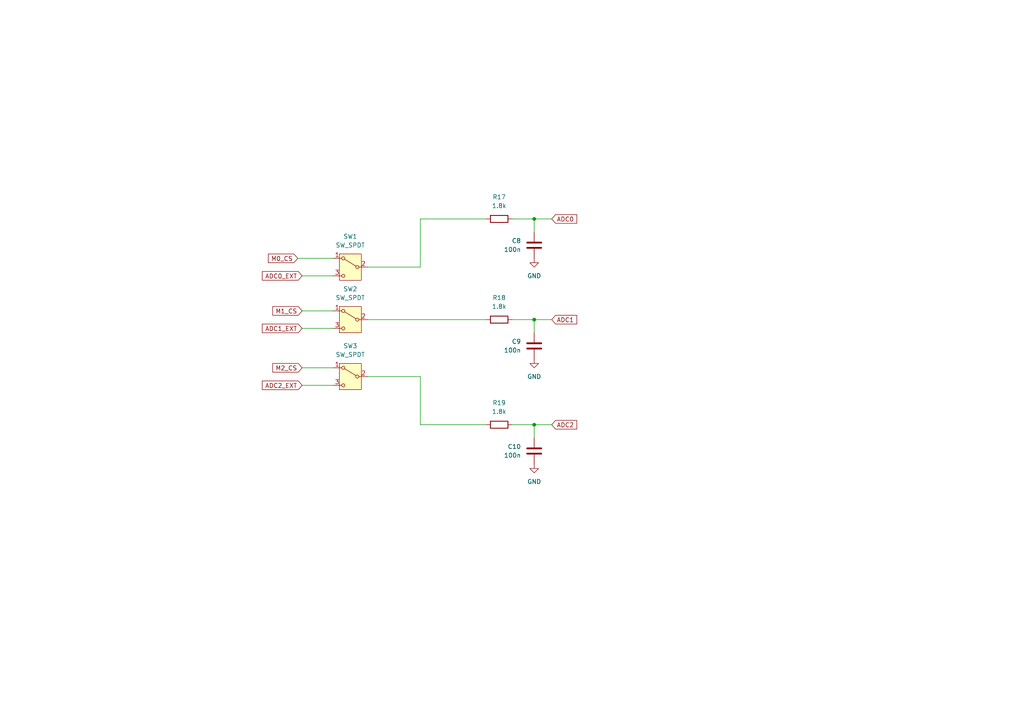
<source format=kicad_sch>
(kicad_sch
	(version 20250114)
	(generator "eeschema")
	(generator_version "9.0")
	(uuid "b751402c-f9b3-4ed2-b146-fece62033ab6")
	(paper "A4")
	(title_block
		(title "Current Sense Filter ")
		(company "Astra Robotics")
	)
	(lib_symbols
		(symbol "Device:C"
			(pin_numbers
				(hide yes)
			)
			(pin_names
				(offset 0.254)
			)
			(exclude_from_sim no)
			(in_bom yes)
			(on_board yes)
			(property "Reference" "C"
				(at 0.635 2.54 0)
				(effects
					(font
						(size 1.27 1.27)
					)
					(justify left)
				)
			)
			(property "Value" "C"
				(at 0.635 -2.54 0)
				(effects
					(font
						(size 1.27 1.27)
					)
					(justify left)
				)
			)
			(property "Footprint" ""
				(at 0.9652 -3.81 0)
				(effects
					(font
						(size 1.27 1.27)
					)
					(hide yes)
				)
			)
			(property "Datasheet" "~"
				(at 0 0 0)
				(effects
					(font
						(size 1.27 1.27)
					)
					(hide yes)
				)
			)
			(property "Description" "Unpolarized capacitor"
				(at 0 0 0)
				(effects
					(font
						(size 1.27 1.27)
					)
					(hide yes)
				)
			)
			(property "ki_keywords" "cap capacitor"
				(at 0 0 0)
				(effects
					(font
						(size 1.27 1.27)
					)
					(hide yes)
				)
			)
			(property "ki_fp_filters" "C_*"
				(at 0 0 0)
				(effects
					(font
						(size 1.27 1.27)
					)
					(hide yes)
				)
			)
			(symbol "C_0_1"
				(polyline
					(pts
						(xy -2.032 0.762) (xy 2.032 0.762)
					)
					(stroke
						(width 0.508)
						(type default)
					)
					(fill
						(type none)
					)
				)
				(polyline
					(pts
						(xy -2.032 -0.762) (xy 2.032 -0.762)
					)
					(stroke
						(width 0.508)
						(type default)
					)
					(fill
						(type none)
					)
				)
			)
			(symbol "C_1_1"
				(pin passive line
					(at 0 3.81 270)
					(length 2.794)
					(name "~"
						(effects
							(font
								(size 1.27 1.27)
							)
						)
					)
					(number "1"
						(effects
							(font
								(size 1.27 1.27)
							)
						)
					)
				)
				(pin passive line
					(at 0 -3.81 90)
					(length 2.794)
					(name "~"
						(effects
							(font
								(size 1.27 1.27)
							)
						)
					)
					(number "2"
						(effects
							(font
								(size 1.27 1.27)
							)
						)
					)
				)
			)
			(embedded_fonts no)
		)
		(symbol "Device:R"
			(pin_numbers
				(hide yes)
			)
			(pin_names
				(offset 0)
			)
			(exclude_from_sim no)
			(in_bom yes)
			(on_board yes)
			(property "Reference" "R"
				(at 2.032 0 90)
				(effects
					(font
						(size 1.27 1.27)
					)
				)
			)
			(property "Value" "R"
				(at 0 0 90)
				(effects
					(font
						(size 1.27 1.27)
					)
				)
			)
			(property "Footprint" ""
				(at -1.778 0 90)
				(effects
					(font
						(size 1.27 1.27)
					)
					(hide yes)
				)
			)
			(property "Datasheet" "~"
				(at 0 0 0)
				(effects
					(font
						(size 1.27 1.27)
					)
					(hide yes)
				)
			)
			(property "Description" "Resistor"
				(at 0 0 0)
				(effects
					(font
						(size 1.27 1.27)
					)
					(hide yes)
				)
			)
			(property "ki_keywords" "R res resistor"
				(at 0 0 0)
				(effects
					(font
						(size 1.27 1.27)
					)
					(hide yes)
				)
			)
			(property "ki_fp_filters" "R_*"
				(at 0 0 0)
				(effects
					(font
						(size 1.27 1.27)
					)
					(hide yes)
				)
			)
			(symbol "R_0_1"
				(rectangle
					(start -1.016 -2.54)
					(end 1.016 2.54)
					(stroke
						(width 0.254)
						(type default)
					)
					(fill
						(type none)
					)
				)
			)
			(symbol "R_1_1"
				(pin passive line
					(at 0 3.81 270)
					(length 1.27)
					(name "~"
						(effects
							(font
								(size 1.27 1.27)
							)
						)
					)
					(number "1"
						(effects
							(font
								(size 1.27 1.27)
							)
						)
					)
				)
				(pin passive line
					(at 0 -3.81 90)
					(length 1.27)
					(name "~"
						(effects
							(font
								(size 1.27 1.27)
							)
						)
					)
					(number "2"
						(effects
							(font
								(size 1.27 1.27)
							)
						)
					)
				)
			)
			(embedded_fonts no)
		)
		(symbol "Switch:SW_SPDT"
			(pin_names
				(offset 0)
				(hide yes)
			)
			(exclude_from_sim no)
			(in_bom yes)
			(on_board yes)
			(property "Reference" "SW"
				(at 0 5.08 0)
				(effects
					(font
						(size 1.27 1.27)
					)
				)
			)
			(property "Value" "SW_SPDT"
				(at 0 -5.08 0)
				(effects
					(font
						(size 1.27 1.27)
					)
				)
			)
			(property "Footprint" ""
				(at 0 0 0)
				(effects
					(font
						(size 1.27 1.27)
					)
					(hide yes)
				)
			)
			(property "Datasheet" "~"
				(at 0 -7.62 0)
				(effects
					(font
						(size 1.27 1.27)
					)
					(hide yes)
				)
			)
			(property "Description" "Switch, single pole double throw"
				(at 0 0 0)
				(effects
					(font
						(size 1.27 1.27)
					)
					(hide yes)
				)
			)
			(property "ki_keywords" "switch single-pole double-throw spdt ON-ON"
				(at 0 0 0)
				(effects
					(font
						(size 1.27 1.27)
					)
					(hide yes)
				)
			)
			(symbol "SW_SPDT_0_1"
				(circle
					(center -2.032 0)
					(radius 0.4572)
					(stroke
						(width 0)
						(type default)
					)
					(fill
						(type none)
					)
				)
				(polyline
					(pts
						(xy -1.651 0.254) (xy 1.651 2.286)
					)
					(stroke
						(width 0)
						(type default)
					)
					(fill
						(type none)
					)
				)
				(circle
					(center 2.032 2.54)
					(radius 0.4572)
					(stroke
						(width 0)
						(type default)
					)
					(fill
						(type none)
					)
				)
				(circle
					(center 2.032 -2.54)
					(radius 0.4572)
					(stroke
						(width 0)
						(type default)
					)
					(fill
						(type none)
					)
				)
			)
			(symbol "SW_SPDT_1_1"
				(rectangle
					(start -3.175 3.81)
					(end 3.175 -3.81)
					(stroke
						(width 0)
						(type default)
					)
					(fill
						(type background)
					)
				)
				(pin passive line
					(at -5.08 0 0)
					(length 2.54)
					(name "B"
						(effects
							(font
								(size 1.27 1.27)
							)
						)
					)
					(number "2"
						(effects
							(font
								(size 1.27 1.27)
							)
						)
					)
				)
				(pin passive line
					(at 5.08 2.54 180)
					(length 2.54)
					(name "A"
						(effects
							(font
								(size 1.27 1.27)
							)
						)
					)
					(number "1"
						(effects
							(font
								(size 1.27 1.27)
							)
						)
					)
				)
				(pin passive line
					(at 5.08 -2.54 180)
					(length 2.54)
					(name "C"
						(effects
							(font
								(size 1.27 1.27)
							)
						)
					)
					(number "3"
						(effects
							(font
								(size 1.27 1.27)
							)
						)
					)
				)
			)
			(embedded_fonts no)
		)
		(symbol "power:GND"
			(power)
			(pin_numbers
				(hide yes)
			)
			(pin_names
				(offset 0)
				(hide yes)
			)
			(exclude_from_sim no)
			(in_bom yes)
			(on_board yes)
			(property "Reference" "#PWR"
				(at 0 -6.35 0)
				(effects
					(font
						(size 1.27 1.27)
					)
					(hide yes)
				)
			)
			(property "Value" "GND"
				(at 0 -3.81 0)
				(effects
					(font
						(size 1.27 1.27)
					)
				)
			)
			(property "Footprint" ""
				(at 0 0 0)
				(effects
					(font
						(size 1.27 1.27)
					)
					(hide yes)
				)
			)
			(property "Datasheet" ""
				(at 0 0 0)
				(effects
					(font
						(size 1.27 1.27)
					)
					(hide yes)
				)
			)
			(property "Description" "Power symbol creates a global label with name \"GND\" , ground"
				(at 0 0 0)
				(effects
					(font
						(size 1.27 1.27)
					)
					(hide yes)
				)
			)
			(property "ki_keywords" "global power"
				(at 0 0 0)
				(effects
					(font
						(size 1.27 1.27)
					)
					(hide yes)
				)
			)
			(symbol "GND_0_1"
				(polyline
					(pts
						(xy 0 0) (xy 0 -1.27) (xy 1.27 -1.27) (xy 0 -2.54) (xy -1.27 -1.27) (xy 0 -1.27)
					)
					(stroke
						(width 0)
						(type default)
					)
					(fill
						(type none)
					)
				)
			)
			(symbol "GND_1_1"
				(pin power_in line
					(at 0 0 270)
					(length 0)
					(name "~"
						(effects
							(font
								(size 1.27 1.27)
							)
						)
					)
					(number "1"
						(effects
							(font
								(size 1.27 1.27)
							)
						)
					)
				)
			)
			(embedded_fonts no)
		)
	)
	(junction
		(at 154.94 92.71)
		(diameter 0)
		(color 0 0 0 0)
		(uuid "39fb5c61-6d33-4c47-991f-24cf2c7624cc")
	)
	(junction
		(at 154.94 123.19)
		(diameter 0)
		(color 0 0 0 0)
		(uuid "74645751-a321-4e25-b847-6491c4a091e3")
	)
	(junction
		(at 154.94 63.5)
		(diameter 0)
		(color 0 0 0 0)
		(uuid "c123847f-329e-47c3-a8ac-4713cc36c103")
	)
	(wire
		(pts
			(xy 121.92 63.5) (xy 140.97 63.5)
		)
		(stroke
			(width 0)
			(type default)
		)
		(uuid "02bfb2e3-7b01-4a8a-bb17-a87652d337ff")
	)
	(wire
		(pts
			(xy 154.94 127) (xy 154.94 123.19)
		)
		(stroke
			(width 0)
			(type default)
		)
		(uuid "1932ad15-c151-4f1e-85ae-7c0ece7cf1f9")
	)
	(wire
		(pts
			(xy 154.94 63.5) (xy 148.59 63.5)
		)
		(stroke
			(width 0)
			(type default)
		)
		(uuid "2375bd44-0ffa-41dc-ab44-62f0c9a8d307")
	)
	(wire
		(pts
			(xy 87.63 106.68) (xy 96.52 106.68)
		)
		(stroke
			(width 0)
			(type default)
		)
		(uuid "24977780-026b-4681-9e96-4c712f40fd40")
	)
	(wire
		(pts
			(xy 106.68 77.47) (xy 121.92 77.47)
		)
		(stroke
			(width 0)
			(type default)
		)
		(uuid "28e0440b-3a02-47e9-b446-09d677e58be1")
	)
	(wire
		(pts
			(xy 106.68 109.22) (xy 121.92 109.22)
		)
		(stroke
			(width 0)
			(type default)
		)
		(uuid "31c600c1-1bbf-4ff8-b86a-b0c9135ad44d")
	)
	(wire
		(pts
			(xy 86.36 74.93) (xy 96.52 74.93)
		)
		(stroke
			(width 0)
			(type default)
		)
		(uuid "51bff34a-89d0-4faf-bbe9-1d3bf6eb8194")
	)
	(wire
		(pts
			(xy 87.63 90.17) (xy 96.52 90.17)
		)
		(stroke
			(width 0)
			(type default)
		)
		(uuid "565361ae-128b-4f02-9e5a-a08b7c472956")
	)
	(wire
		(pts
			(xy 87.63 111.76) (xy 96.52 111.76)
		)
		(stroke
			(width 0)
			(type default)
		)
		(uuid "5c4ab1ff-114d-4c60-83d3-3ae6e7d3bc8d")
	)
	(wire
		(pts
			(xy 154.94 67.31) (xy 154.94 63.5)
		)
		(stroke
			(width 0)
			(type default)
		)
		(uuid "652cf139-a929-4e29-a76c-7a7e92b47155")
	)
	(wire
		(pts
			(xy 160.02 123.19) (xy 154.94 123.19)
		)
		(stroke
			(width 0)
			(type default)
		)
		(uuid "81ef97d7-2481-408f-a17b-783064721561")
	)
	(wire
		(pts
			(xy 160.02 63.5) (xy 154.94 63.5)
		)
		(stroke
			(width 0)
			(type default)
		)
		(uuid "8de4338c-1c54-4b03-a9bf-e415de38c8ec")
	)
	(wire
		(pts
			(xy 106.68 92.71) (xy 140.97 92.71)
		)
		(stroke
			(width 0)
			(type default)
		)
		(uuid "911e68d9-a873-4e4e-ab1e-5eb7556993f4")
	)
	(wire
		(pts
			(xy 154.94 96.52) (xy 154.94 92.71)
		)
		(stroke
			(width 0)
			(type default)
		)
		(uuid "98489773-06a7-459a-8563-4b9c67c88599")
	)
	(wire
		(pts
			(xy 87.63 95.25) (xy 96.52 95.25)
		)
		(stroke
			(width 0)
			(type default)
		)
		(uuid "aef00a95-96ca-4bc1-9f0b-2e49575b3a87")
	)
	(wire
		(pts
			(xy 154.94 92.71) (xy 148.59 92.71)
		)
		(stroke
			(width 0)
			(type default)
		)
		(uuid "b6079d24-9884-4f54-a366-cca0093f38cd")
	)
	(wire
		(pts
			(xy 121.92 77.47) (xy 121.92 63.5)
		)
		(stroke
			(width 0)
			(type default)
		)
		(uuid "bb34217d-dc94-4d77-ab0d-c89037de6195")
	)
	(wire
		(pts
			(xy 87.63 80.01) (xy 96.52 80.01)
		)
		(stroke
			(width 0)
			(type default)
		)
		(uuid "c115d5ba-0709-4d5f-9e7a-ba351ceac090")
	)
	(wire
		(pts
			(xy 121.92 109.22) (xy 121.92 123.19)
		)
		(stroke
			(width 0)
			(type default)
		)
		(uuid "cd8ff9e3-6fec-4c3b-bbf0-2c13a6ad759d")
	)
	(wire
		(pts
			(xy 121.92 123.19) (xy 140.97 123.19)
		)
		(stroke
			(width 0)
			(type default)
		)
		(uuid "dbb4632e-5d87-408e-9927-68f5783e5684")
	)
	(wire
		(pts
			(xy 160.02 92.71) (xy 154.94 92.71)
		)
		(stroke
			(width 0)
			(type default)
		)
		(uuid "f3ed15f7-8263-44a6-ba52-910d50f4a27e")
	)
	(wire
		(pts
			(xy 154.94 123.19) (xy 148.59 123.19)
		)
		(stroke
			(width 0)
			(type default)
		)
		(uuid "f416af1b-1987-4fcd-9ad7-6acd6b02562c")
	)
	(global_label "ADC1_EXT"
		(shape input)
		(at 87.63 95.25 180)
		(fields_autoplaced yes)
		(effects
			(font
				(size 1.27 1.27)
			)
			(justify right)
		)
		(uuid "19335b99-5c8a-4689-a1f1-00a7fa75c6ff")
		(property "Intersheetrefs" "${INTERSHEET_REFS}"
			(at 75.513 95.25 0)
			(effects
				(font
					(size 1.27 1.27)
				)
				(justify right)
				(hide yes)
			)
		)
	)
	(global_label "M0_CS"
		(shape input)
		(at 86.36 74.93 180)
		(fields_autoplaced yes)
		(effects
			(font
				(size 1.27 1.27)
			)
			(justify right)
		)
		(uuid "279e0fbe-c1d9-4736-b432-d8a35c775a8f")
		(property "Intersheetrefs" "${INTERSHEET_REFS}"
			(at 77.2668 74.93 0)
			(effects
				(font
					(size 1.27 1.27)
				)
				(justify right)
				(hide yes)
			)
		)
	)
	(global_label "ADC1"
		(shape input)
		(at 160.02 92.71 0)
		(fields_autoplaced yes)
		(effects
			(font
				(size 1.27 1.27)
			)
			(justify left)
		)
		(uuid "601cb697-3a8e-4cfc-a46a-c74f2cbe595f")
		(property "Intersheetrefs" "${INTERSHEET_REFS}"
			(at 167.8433 92.71 0)
			(effects
				(font
					(size 1.27 1.27)
				)
				(justify left)
				(hide yes)
			)
		)
	)
	(global_label "ADC2_EXT"
		(shape input)
		(at 87.63 111.76 180)
		(fields_autoplaced yes)
		(effects
			(font
				(size 1.27 1.27)
			)
			(justify right)
		)
		(uuid "7db48eed-b1a0-4547-860e-4b7d2204ba49")
		(property "Intersheetrefs" "${INTERSHEET_REFS}"
			(at 75.513 111.76 0)
			(effects
				(font
					(size 1.27 1.27)
				)
				(justify right)
				(hide yes)
			)
		)
	)
	(global_label "M1_CS"
		(shape input)
		(at 87.63 90.17 180)
		(fields_autoplaced yes)
		(effects
			(font
				(size 1.27 1.27)
			)
			(justify right)
		)
		(uuid "7fc5017d-abb8-4515-bcf2-3ea9a29604d0")
		(property "Intersheetrefs" "${INTERSHEET_REFS}"
			(at 78.5368 90.17 0)
			(effects
				(font
					(size 1.27 1.27)
				)
				(justify right)
				(hide yes)
			)
		)
	)
	(global_label "M2_CS"
		(shape input)
		(at 87.63 106.68 180)
		(fields_autoplaced yes)
		(effects
			(font
				(size 1.27 1.27)
			)
			(justify right)
		)
		(uuid "978418e6-7f76-4690-afec-3de2cc0b3f74")
		(property "Intersheetrefs" "${INTERSHEET_REFS}"
			(at 78.5368 106.68 0)
			(effects
				(font
					(size 1.27 1.27)
				)
				(justify right)
				(hide yes)
			)
		)
	)
	(global_label "ADC2"
		(shape input)
		(at 160.02 123.19 0)
		(fields_autoplaced yes)
		(effects
			(font
				(size 1.27 1.27)
			)
			(justify left)
		)
		(uuid "c3020a18-9023-43c1-9793-215f6518ed21")
		(property "Intersheetrefs" "${INTERSHEET_REFS}"
			(at 167.8433 123.19 0)
			(effects
				(font
					(size 1.27 1.27)
				)
				(justify left)
				(hide yes)
			)
		)
	)
	(global_label "ADC0"
		(shape input)
		(at 160.02 63.5 0)
		(fields_autoplaced yes)
		(effects
			(font
				(size 1.27 1.27)
			)
			(justify left)
		)
		(uuid "cf717379-b017-4f4c-a5d0-7f5867f164ef")
		(property "Intersheetrefs" "${INTERSHEET_REFS}"
			(at 167.8433 63.5 0)
			(effects
				(font
					(size 1.27 1.27)
				)
				(justify left)
				(hide yes)
			)
		)
	)
	(global_label "ADC0_EXT"
		(shape input)
		(at 87.63 80.01 180)
		(fields_autoplaced yes)
		(effects
			(font
				(size 1.27 1.27)
			)
			(justify right)
		)
		(uuid "f8ecb07c-b4aa-4a66-bd23-6e30f27ffa3e")
		(property "Intersheetrefs" "${INTERSHEET_REFS}"
			(at 75.513 80.01 0)
			(effects
				(font
					(size 1.27 1.27)
				)
				(justify right)
				(hide yes)
			)
		)
	)
	(symbol
		(lib_id "Device:C")
		(at 154.94 100.33 0)
		(mirror y)
		(unit 1)
		(exclude_from_sim no)
		(in_bom yes)
		(on_board yes)
		(dnp no)
		(fields_autoplaced yes)
		(uuid "11722600-b769-4089-bb2e-44dc80c8113d")
		(property "Reference" "C9"
			(at 151.13 99.0599 0)
			(effects
				(font
					(size 1.27 1.27)
				)
				(justify left)
			)
		)
		(property "Value" "100n"
			(at 151.13 101.5999 0)
			(effects
				(font
					(size 1.27 1.27)
				)
				(justify left)
			)
		)
		(property "Footprint" "Capacitor_SMD:C_2220_5750Metric_Pad1.97x5.40mm_HandSolder"
			(at 153.9748 104.14 0)
			(effects
				(font
					(size 1.27 1.27)
				)
				(hide yes)
			)
		)
		(property "Datasheet" "~"
			(at 154.94 100.33 0)
			(effects
				(font
					(size 1.27 1.27)
				)
				(hide yes)
			)
		)
		(property "Description" "Unpolarized capacitor"
			(at 154.94 100.33 0)
			(effects
				(font
					(size 1.27 1.27)
				)
				(hide yes)
			)
		)
		(pin "2"
			(uuid "4ac0a0e5-bad8-405b-9706-6c4a9de70b3f")
		)
		(pin "1"
			(uuid "60790d06-369b-4dbd-af16-71dead0f06dc")
		)
		(instances
			(project "MBot"
				(path "/6379cb09-8427-484b-8caa-23471c63c9c8/059681be-d3b0-48ae-add7-454a2ac10bec"
					(reference "C9")
					(unit 1)
				)
			)
		)
	)
	(symbol
		(lib_id "Switch:SW_SPDT")
		(at 101.6 92.71 0)
		(mirror y)
		(unit 1)
		(exclude_from_sim no)
		(in_bom yes)
		(on_board yes)
		(dnp no)
		(fields_autoplaced yes)
		(uuid "1ee2ebcd-d3cb-420a-88aa-b525c612e0d1")
		(property "Reference" "SW2"
			(at 101.6 83.82 0)
			(effects
				(font
					(size 1.27 1.27)
				)
			)
		)
		(property "Value" "SW_SPDT"
			(at 101.6 86.36 0)
			(effects
				(font
					(size 1.27 1.27)
				)
			)
		)
		(property "Footprint" "Button_Switch_SMD:SW_Push_1P1T-SH_NO_CK_KMR2xxG"
			(at 101.6 92.71 0)
			(effects
				(font
					(size 1.27 1.27)
				)
				(hide yes)
			)
		)
		(property "Datasheet" "~"
			(at 101.6 100.33 0)
			(effects
				(font
					(size 1.27 1.27)
				)
				(hide yes)
			)
		)
		(property "Description" "Switch, single pole double throw"
			(at 101.6 92.71 0)
			(effects
				(font
					(size 1.27 1.27)
				)
				(hide yes)
			)
		)
		(pin "3"
			(uuid "128e15ae-89ae-404d-bac8-f4576e704492")
		)
		(pin "1"
			(uuid "09f2129c-aada-4849-8190-53febe0d4df5")
		)
		(pin "2"
			(uuid "89052522-3acf-422b-9f5e-8c7d3d1ceee3")
		)
		(instances
			(project ""
				(path "/6379cb09-8427-484b-8caa-23471c63c9c8/059681be-d3b0-48ae-add7-454a2ac10bec"
					(reference "SW2")
					(unit 1)
				)
			)
		)
	)
	(symbol
		(lib_id "Device:R")
		(at 144.78 92.71 270)
		(mirror x)
		(unit 1)
		(exclude_from_sim no)
		(in_bom yes)
		(on_board yes)
		(dnp no)
		(fields_autoplaced yes)
		(uuid "5c2d2ae4-2f82-4a27-86ad-4c63dba97b7e")
		(property "Reference" "R18"
			(at 144.78 86.36 90)
			(effects
				(font
					(size 1.27 1.27)
				)
			)
		)
		(property "Value" "1.8k"
			(at 144.78 88.9 90)
			(effects
				(font
					(size 1.27 1.27)
				)
			)
		)
		(property "Footprint" "Resistor_SMD:R_2010_5025Metric_Pad1.40x2.65mm_HandSolder"
			(at 144.78 94.488 90)
			(effects
				(font
					(size 1.27 1.27)
				)
				(hide yes)
			)
		)
		(property "Datasheet" "~"
			(at 144.78 92.71 0)
			(effects
				(font
					(size 1.27 1.27)
				)
				(hide yes)
			)
		)
		(property "Description" "Resistor"
			(at 144.78 92.71 0)
			(effects
				(font
					(size 1.27 1.27)
				)
				(hide yes)
			)
		)
		(pin "1"
			(uuid "a2fa383e-6c3d-48d7-b8e2-8632fde5cde5")
		)
		(pin "2"
			(uuid "ca9ce160-4944-4d37-8160-9a06e82000ce")
		)
		(instances
			(project "MBot"
				(path "/6379cb09-8427-484b-8caa-23471c63c9c8/059681be-d3b0-48ae-add7-454a2ac10bec"
					(reference "R18")
					(unit 1)
				)
			)
		)
	)
	(symbol
		(lib_id "Device:C")
		(at 154.94 130.81 0)
		(mirror y)
		(unit 1)
		(exclude_from_sim no)
		(in_bom yes)
		(on_board yes)
		(dnp no)
		(fields_autoplaced yes)
		(uuid "62658974-52c8-472c-80e6-85e55e1bff3e")
		(property "Reference" "C10"
			(at 151.13 129.5399 0)
			(effects
				(font
					(size 1.27 1.27)
				)
				(justify left)
			)
		)
		(property "Value" "100n"
			(at 151.13 132.0799 0)
			(effects
				(font
					(size 1.27 1.27)
				)
				(justify left)
			)
		)
		(property "Footprint" "Capacitor_SMD:C_2220_5750Metric_Pad1.97x5.40mm_HandSolder"
			(at 153.9748 134.62 0)
			(effects
				(font
					(size 1.27 1.27)
				)
				(hide yes)
			)
		)
		(property "Datasheet" "~"
			(at 154.94 130.81 0)
			(effects
				(font
					(size 1.27 1.27)
				)
				(hide yes)
			)
		)
		(property "Description" "Unpolarized capacitor"
			(at 154.94 130.81 0)
			(effects
				(font
					(size 1.27 1.27)
				)
				(hide yes)
			)
		)
		(pin "2"
			(uuid "03faec18-9a4d-4859-a923-64ac30f89139")
		)
		(pin "1"
			(uuid "95cabccf-25e9-47f5-a677-72e6f2e4e6fc")
		)
		(instances
			(project "MBot"
				(path "/6379cb09-8427-484b-8caa-23471c63c9c8/059681be-d3b0-48ae-add7-454a2ac10bec"
					(reference "C10")
					(unit 1)
				)
			)
		)
	)
	(symbol
		(lib_id "power:GND")
		(at 154.94 134.62 0)
		(mirror y)
		(unit 1)
		(exclude_from_sim no)
		(in_bom yes)
		(on_board yes)
		(dnp no)
		(fields_autoplaced yes)
		(uuid "691a3d8b-daf1-46dd-8d32-ede7d0087edd")
		(property "Reference" "#PWR033"
			(at 154.94 140.97 0)
			(effects
				(font
					(size 1.27 1.27)
				)
				(hide yes)
			)
		)
		(property "Value" "GND"
			(at 154.94 139.7 0)
			(effects
				(font
					(size 1.27 1.27)
				)
			)
		)
		(property "Footprint" ""
			(at 154.94 134.62 0)
			(effects
				(font
					(size 1.27 1.27)
				)
				(hide yes)
			)
		)
		(property "Datasheet" ""
			(at 154.94 134.62 0)
			(effects
				(font
					(size 1.27 1.27)
				)
				(hide yes)
			)
		)
		(property "Description" "Power symbol creates a global label with name \"GND\" , ground"
			(at 154.94 134.62 0)
			(effects
				(font
					(size 1.27 1.27)
				)
				(hide yes)
			)
		)
		(pin "1"
			(uuid "69bae021-3b58-4d25-af2d-2577be88cedc")
		)
		(instances
			(project "MBot"
				(path "/6379cb09-8427-484b-8caa-23471c63c9c8/059681be-d3b0-48ae-add7-454a2ac10bec"
					(reference "#PWR033")
					(unit 1)
				)
			)
		)
	)
	(symbol
		(lib_id "Device:R")
		(at 144.78 123.19 270)
		(mirror x)
		(unit 1)
		(exclude_from_sim no)
		(in_bom yes)
		(on_board yes)
		(dnp no)
		(fields_autoplaced yes)
		(uuid "87ea3111-3469-436c-8864-99688ff1d336")
		(property "Reference" "R19"
			(at 144.78 116.84 90)
			(effects
				(font
					(size 1.27 1.27)
				)
			)
		)
		(property "Value" "1.8k"
			(at 144.78 119.38 90)
			(effects
				(font
					(size 1.27 1.27)
				)
			)
		)
		(property "Footprint" "Resistor_SMD:R_2010_5025Metric_Pad1.40x2.65mm_HandSolder"
			(at 144.78 124.968 90)
			(effects
				(font
					(size 1.27 1.27)
				)
				(hide yes)
			)
		)
		(property "Datasheet" "~"
			(at 144.78 123.19 0)
			(effects
				(font
					(size 1.27 1.27)
				)
				(hide yes)
			)
		)
		(property "Description" "Resistor"
			(at 144.78 123.19 0)
			(effects
				(font
					(size 1.27 1.27)
				)
				(hide yes)
			)
		)
		(pin "1"
			(uuid "3375cf46-55a6-4fe4-9be6-562dff831779")
		)
		(pin "2"
			(uuid "ada91b5c-89dc-44cb-8bfd-d69d17fbc5f1")
		)
		(instances
			(project "MBot"
				(path "/6379cb09-8427-484b-8caa-23471c63c9c8/059681be-d3b0-48ae-add7-454a2ac10bec"
					(reference "R19")
					(unit 1)
				)
			)
		)
	)
	(symbol
		(lib_id "Device:C")
		(at 154.94 71.12 0)
		(mirror y)
		(unit 1)
		(exclude_from_sim no)
		(in_bom yes)
		(on_board yes)
		(dnp no)
		(fields_autoplaced yes)
		(uuid "8d8d0cca-adfe-439d-be09-35bc5d1d5295")
		(property "Reference" "C8"
			(at 151.13 69.8499 0)
			(effects
				(font
					(size 1.27 1.27)
				)
				(justify left)
			)
		)
		(property "Value" "100n"
			(at 151.13 72.3899 0)
			(effects
				(font
					(size 1.27 1.27)
				)
				(justify left)
			)
		)
		(property "Footprint" "Capacitor_SMD:C_2220_5750Metric_Pad1.97x5.40mm_HandSolder"
			(at 153.9748 74.93 0)
			(effects
				(font
					(size 1.27 1.27)
				)
				(hide yes)
			)
		)
		(property "Datasheet" "~"
			(at 154.94 71.12 0)
			(effects
				(font
					(size 1.27 1.27)
				)
				(hide yes)
			)
		)
		(property "Description" "Unpolarized capacitor"
			(at 154.94 71.12 0)
			(effects
				(font
					(size 1.27 1.27)
				)
				(hide yes)
			)
		)
		(pin "2"
			(uuid "5387a878-bcfd-4fc8-a10c-acb9fd659481")
		)
		(pin "1"
			(uuid "1727b646-d8ac-49c8-9be9-6c96d08f7d65")
		)
		(instances
			(project ""
				(path "/6379cb09-8427-484b-8caa-23471c63c9c8/059681be-d3b0-48ae-add7-454a2ac10bec"
					(reference "C8")
					(unit 1)
				)
			)
		)
	)
	(symbol
		(lib_id "power:GND")
		(at 154.94 74.93 0)
		(mirror y)
		(unit 1)
		(exclude_from_sim no)
		(in_bom yes)
		(on_board yes)
		(dnp no)
		(fields_autoplaced yes)
		(uuid "959558e5-9900-4d02-9fac-5141d1427dcd")
		(property "Reference" "#PWR031"
			(at 154.94 81.28 0)
			(effects
				(font
					(size 1.27 1.27)
				)
				(hide yes)
			)
		)
		(property "Value" "GND"
			(at 154.94 80.01 0)
			(effects
				(font
					(size 1.27 1.27)
				)
			)
		)
		(property "Footprint" ""
			(at 154.94 74.93 0)
			(effects
				(font
					(size 1.27 1.27)
				)
				(hide yes)
			)
		)
		(property "Datasheet" ""
			(at 154.94 74.93 0)
			(effects
				(font
					(size 1.27 1.27)
				)
				(hide yes)
			)
		)
		(property "Description" "Power symbol creates a global label with name \"GND\" , ground"
			(at 154.94 74.93 0)
			(effects
				(font
					(size 1.27 1.27)
				)
				(hide yes)
			)
		)
		(pin "1"
			(uuid "74f0b39f-dd3b-45f3-9ba1-8548430eb847")
		)
		(instances
			(project ""
				(path "/6379cb09-8427-484b-8caa-23471c63c9c8/059681be-d3b0-48ae-add7-454a2ac10bec"
					(reference "#PWR031")
					(unit 1)
				)
			)
		)
	)
	(symbol
		(lib_id "Switch:SW_SPDT")
		(at 101.6 77.47 0)
		(mirror y)
		(unit 1)
		(exclude_from_sim no)
		(in_bom yes)
		(on_board yes)
		(dnp no)
		(fields_autoplaced yes)
		(uuid "b0732062-0ffd-4daf-8f3a-bd7b2654d2f6")
		(property "Reference" "SW1"
			(at 101.6 68.58 0)
			(effects
				(font
					(size 1.27 1.27)
				)
			)
		)
		(property "Value" "SW_SPDT"
			(at 101.6 71.12 0)
			(effects
				(font
					(size 1.27 1.27)
				)
			)
		)
		(property "Footprint" "Button_Switch_SMD:SW_Push_1P1T-SH_NO_CK_KMR2xxG"
			(at 101.6 77.47 0)
			(effects
				(font
					(size 1.27 1.27)
				)
				(hide yes)
			)
		)
		(property "Datasheet" "~"
			(at 101.6 85.09 0)
			(effects
				(font
					(size 1.27 1.27)
				)
				(hide yes)
			)
		)
		(property "Description" "Switch, single pole double throw"
			(at 101.6 77.47 0)
			(effects
				(font
					(size 1.27 1.27)
				)
				(hide yes)
			)
		)
		(pin "3"
			(uuid "128e15ae-89ae-404d-bac8-f4576e704493")
		)
		(pin "1"
			(uuid "09f2129c-aada-4849-8190-53febe0d4df6")
		)
		(pin "2"
			(uuid "89052522-3acf-422b-9f5e-8c7d3d1ceee4")
		)
		(instances
			(project ""
				(path "/6379cb09-8427-484b-8caa-23471c63c9c8/059681be-d3b0-48ae-add7-454a2ac10bec"
					(reference "SW1")
					(unit 1)
				)
			)
		)
	)
	(symbol
		(lib_id "Switch:SW_SPDT")
		(at 101.6 109.22 0)
		(mirror y)
		(unit 1)
		(exclude_from_sim no)
		(in_bom yes)
		(on_board yes)
		(dnp no)
		(fields_autoplaced yes)
		(uuid "c1ed9240-f682-4b2d-b0f5-c72575febd26")
		(property "Reference" "SW3"
			(at 101.6 100.33 0)
			(effects
				(font
					(size 1.27 1.27)
				)
			)
		)
		(property "Value" "SW_SPDT"
			(at 101.6 102.87 0)
			(effects
				(font
					(size 1.27 1.27)
				)
			)
		)
		(property "Footprint" "Button_Switch_SMD:SW_Push_1P1T-SH_NO_CK_KMR2xxG"
			(at 101.6 109.22 0)
			(effects
				(font
					(size 1.27 1.27)
				)
				(hide yes)
			)
		)
		(property "Datasheet" "~"
			(at 101.6 116.84 0)
			(effects
				(font
					(size 1.27 1.27)
				)
				(hide yes)
			)
		)
		(property "Description" "Switch, single pole double throw"
			(at 101.6 109.22 0)
			(effects
				(font
					(size 1.27 1.27)
				)
				(hide yes)
			)
		)
		(pin "3"
			(uuid "128e15ae-89ae-404d-bac8-f4576e704494")
		)
		(pin "1"
			(uuid "09f2129c-aada-4849-8190-53febe0d4df7")
		)
		(pin "2"
			(uuid "89052522-3acf-422b-9f5e-8c7d3d1ceee5")
		)
		(instances
			(project ""
				(path "/6379cb09-8427-484b-8caa-23471c63c9c8/059681be-d3b0-48ae-add7-454a2ac10bec"
					(reference "SW3")
					(unit 1)
				)
			)
		)
	)
	(symbol
		(lib_id "Device:R")
		(at 144.78 63.5 270)
		(mirror x)
		(unit 1)
		(exclude_from_sim no)
		(in_bom yes)
		(on_board yes)
		(dnp no)
		(fields_autoplaced yes)
		(uuid "c4064bd5-9b5f-42ed-89f3-f47fa91699fa")
		(property "Reference" "R17"
			(at 144.78 57.15 90)
			(effects
				(font
					(size 1.27 1.27)
				)
			)
		)
		(property "Value" "1.8k"
			(at 144.78 59.69 90)
			(effects
				(font
					(size 1.27 1.27)
				)
			)
		)
		(property "Footprint" "Resistor_SMD:R_2010_5025Metric_Pad1.40x2.65mm_HandSolder"
			(at 144.78 65.278 90)
			(effects
				(font
					(size 1.27 1.27)
				)
				(hide yes)
			)
		)
		(property "Datasheet" "~"
			(at 144.78 63.5 0)
			(effects
				(font
					(size 1.27 1.27)
				)
				(hide yes)
			)
		)
		(property "Description" "Resistor"
			(at 144.78 63.5 0)
			(effects
				(font
					(size 1.27 1.27)
				)
				(hide yes)
			)
		)
		(pin "1"
			(uuid "80a5ecf7-da0c-4fc6-82f3-1ada206e6976")
		)
		(pin "2"
			(uuid "8a6b4cae-2fc8-497c-a42c-4d2f3bcafc36")
		)
		(instances
			(project ""
				(path "/6379cb09-8427-484b-8caa-23471c63c9c8/059681be-d3b0-48ae-add7-454a2ac10bec"
					(reference "R17")
					(unit 1)
				)
			)
		)
	)
	(symbol
		(lib_id "power:GND")
		(at 154.94 104.14 0)
		(mirror y)
		(unit 1)
		(exclude_from_sim no)
		(in_bom yes)
		(on_board yes)
		(dnp no)
		(fields_autoplaced yes)
		(uuid "c6e36d23-7d8e-4232-a75c-b932ee374603")
		(property "Reference" "#PWR032"
			(at 154.94 110.49 0)
			(effects
				(font
					(size 1.27 1.27)
				)
				(hide yes)
			)
		)
		(property "Value" "GND"
			(at 154.94 109.22 0)
			(effects
				(font
					(size 1.27 1.27)
				)
			)
		)
		(property "Footprint" ""
			(at 154.94 104.14 0)
			(effects
				(font
					(size 1.27 1.27)
				)
				(hide yes)
			)
		)
		(property "Datasheet" ""
			(at 154.94 104.14 0)
			(effects
				(font
					(size 1.27 1.27)
				)
				(hide yes)
			)
		)
		(property "Description" "Power symbol creates a global label with name \"GND\" , ground"
			(at 154.94 104.14 0)
			(effects
				(font
					(size 1.27 1.27)
				)
				(hide yes)
			)
		)
		(pin "1"
			(uuid "a79145a0-c7eb-41dd-b36d-4c8405d00f14")
		)
		(instances
			(project "MBot"
				(path "/6379cb09-8427-484b-8caa-23471c63c9c8/059681be-d3b0-48ae-add7-454a2ac10bec"
					(reference "#PWR032")
					(unit 1)
				)
			)
		)
	)
)

</source>
